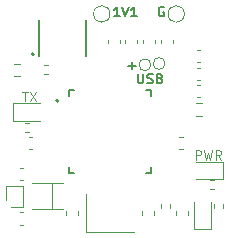
<source format=gbr>
%TF.GenerationSoftware,KiCad,Pcbnew,7.0.2*%
%TF.CreationDate,2023-09-13T14:25:54-04:00*%
%TF.ProjectId,PicoMod,5069636f-4d6f-4642-9e6b-696361645f70,rev?*%
%TF.SameCoordinates,Original*%
%TF.FileFunction,Legend,Top*%
%TF.FilePolarity,Positive*%
%FSLAX46Y46*%
G04 Gerber Fmt 4.6, Leading zero omitted, Abs format (unit mm)*
G04 Created by KiCad (PCBNEW 7.0.2) date 2023-09-13 14:25:54*
%MOMM*%
%LPD*%
G01*
G04 APERTURE LIST*
%ADD10C,0.150000*%
%ADD11C,0.125000*%
%ADD12C,0.120000*%
%ADD13C,0.127000*%
%ADD14C,0.200000*%
G04 APERTURE END LIST*
D10*
X32340476Y-26120095D02*
X32340476Y-26767714D01*
X32340476Y-26767714D02*
X32378571Y-26843904D01*
X32378571Y-26843904D02*
X32416666Y-26882000D01*
X32416666Y-26882000D02*
X32492857Y-26920095D01*
X32492857Y-26920095D02*
X32645238Y-26920095D01*
X32645238Y-26920095D02*
X32721428Y-26882000D01*
X32721428Y-26882000D02*
X32759523Y-26843904D01*
X32759523Y-26843904D02*
X32797619Y-26767714D01*
X32797619Y-26767714D02*
X32797619Y-26120095D01*
X33140475Y-26882000D02*
X33254761Y-26920095D01*
X33254761Y-26920095D02*
X33445237Y-26920095D01*
X33445237Y-26920095D02*
X33521428Y-26882000D01*
X33521428Y-26882000D02*
X33559523Y-26843904D01*
X33559523Y-26843904D02*
X33597618Y-26767714D01*
X33597618Y-26767714D02*
X33597618Y-26691523D01*
X33597618Y-26691523D02*
X33559523Y-26615333D01*
X33559523Y-26615333D02*
X33521428Y-26577238D01*
X33521428Y-26577238D02*
X33445237Y-26539142D01*
X33445237Y-26539142D02*
X33292856Y-26501047D01*
X33292856Y-26501047D02*
X33216666Y-26462952D01*
X33216666Y-26462952D02*
X33178571Y-26424857D01*
X33178571Y-26424857D02*
X33140475Y-26348666D01*
X33140475Y-26348666D02*
X33140475Y-26272476D01*
X33140475Y-26272476D02*
X33178571Y-26196285D01*
X33178571Y-26196285D02*
X33216666Y-26158190D01*
X33216666Y-26158190D02*
X33292856Y-26120095D01*
X33292856Y-26120095D02*
X33483333Y-26120095D01*
X33483333Y-26120095D02*
X33597618Y-26158190D01*
X34207142Y-26501047D02*
X34321428Y-26539142D01*
X34321428Y-26539142D02*
X34359523Y-26577238D01*
X34359523Y-26577238D02*
X34397619Y-26653428D01*
X34397619Y-26653428D02*
X34397619Y-26767714D01*
X34397619Y-26767714D02*
X34359523Y-26843904D01*
X34359523Y-26843904D02*
X34321428Y-26882000D01*
X34321428Y-26882000D02*
X34245238Y-26920095D01*
X34245238Y-26920095D02*
X33940476Y-26920095D01*
X33940476Y-26920095D02*
X33940476Y-26120095D01*
X33940476Y-26120095D02*
X34207142Y-26120095D01*
X34207142Y-26120095D02*
X34283333Y-26158190D01*
X34283333Y-26158190D02*
X34321428Y-26196285D01*
X34321428Y-26196285D02*
X34359523Y-26272476D01*
X34359523Y-26272476D02*
X34359523Y-26348666D01*
X34359523Y-26348666D02*
X34321428Y-26424857D01*
X34321428Y-26424857D02*
X34283333Y-26462952D01*
X34283333Y-26462952D02*
X34207142Y-26501047D01*
X34207142Y-26501047D02*
X33940476Y-26501047D01*
D11*
X22576190Y-27652095D02*
X23033333Y-27652095D01*
X22804761Y-28452095D02*
X22804761Y-27652095D01*
X23223809Y-27652095D02*
X23757143Y-28452095D01*
X23757143Y-27652095D02*
X23223809Y-28452095D01*
X37240476Y-33402095D02*
X37240476Y-32602095D01*
X37240476Y-32602095D02*
X37545238Y-32602095D01*
X37545238Y-32602095D02*
X37621428Y-32640190D01*
X37621428Y-32640190D02*
X37659523Y-32678285D01*
X37659523Y-32678285D02*
X37697619Y-32754476D01*
X37697619Y-32754476D02*
X37697619Y-32868761D01*
X37697619Y-32868761D02*
X37659523Y-32944952D01*
X37659523Y-32944952D02*
X37621428Y-32983047D01*
X37621428Y-32983047D02*
X37545238Y-33021142D01*
X37545238Y-33021142D02*
X37240476Y-33021142D01*
X37964285Y-32602095D02*
X38154761Y-33402095D01*
X38154761Y-33402095D02*
X38307142Y-32830666D01*
X38307142Y-32830666D02*
X38459523Y-33402095D01*
X38459523Y-33402095D02*
X38650000Y-32602095D01*
X39411905Y-33402095D02*
X39145238Y-33021142D01*
X38954762Y-33402095D02*
X38954762Y-32602095D01*
X38954762Y-32602095D02*
X39259524Y-32602095D01*
X39259524Y-32602095D02*
X39335714Y-32640190D01*
X39335714Y-32640190D02*
X39373809Y-32678285D01*
X39373809Y-32678285D02*
X39411905Y-32754476D01*
X39411905Y-32754476D02*
X39411905Y-32868761D01*
X39411905Y-32868761D02*
X39373809Y-32944952D01*
X39373809Y-32944952D02*
X39335714Y-32983047D01*
X39335714Y-32983047D02*
X39259524Y-33021142D01*
X39259524Y-33021142D02*
X38954762Y-33021142D01*
D10*
X34559523Y-20490190D02*
X34483333Y-20452095D01*
X34483333Y-20452095D02*
X34369047Y-20452095D01*
X34369047Y-20452095D02*
X34254761Y-20490190D01*
X34254761Y-20490190D02*
X34178571Y-20566380D01*
X34178571Y-20566380D02*
X34140476Y-20642571D01*
X34140476Y-20642571D02*
X34102380Y-20794952D01*
X34102380Y-20794952D02*
X34102380Y-20909238D01*
X34102380Y-20909238D02*
X34140476Y-21061619D01*
X34140476Y-21061619D02*
X34178571Y-21137809D01*
X34178571Y-21137809D02*
X34254761Y-21214000D01*
X34254761Y-21214000D02*
X34369047Y-21252095D01*
X34369047Y-21252095D02*
X34445238Y-21252095D01*
X34445238Y-21252095D02*
X34559523Y-21214000D01*
X34559523Y-21214000D02*
X34597619Y-21175904D01*
X34597619Y-21175904D02*
X34597619Y-20909238D01*
X34597619Y-20909238D02*
X34445238Y-20909238D01*
X30809523Y-21252095D02*
X30352380Y-21252095D01*
X30580952Y-21252095D02*
X30580952Y-20452095D01*
X30580952Y-20452095D02*
X30504761Y-20566380D01*
X30504761Y-20566380D02*
X30428571Y-20642571D01*
X30428571Y-20642571D02*
X30352380Y-20680666D01*
X31038095Y-20452095D02*
X31304762Y-21252095D01*
X31304762Y-21252095D02*
X31571428Y-20452095D01*
X32257142Y-21252095D02*
X31799999Y-21252095D01*
X32028571Y-21252095D02*
X32028571Y-20452095D01*
X32028571Y-20452095D02*
X31952380Y-20566380D01*
X31952380Y-20566380D02*
X31876190Y-20642571D01*
X31876190Y-20642571D02*
X31799999Y-20680666D01*
X31545238Y-25415333D02*
X32154762Y-25415333D01*
X31850000Y-25720095D02*
X31850000Y-25110571D01*
D12*
%TO.C,TP5*%
X36300000Y-21050000D02*
G75*
G03*
X36300000Y-21050000I-700000J0D01*
G01*
%TO.C,C3*%
X35859420Y-31490000D02*
X36140580Y-31490000D01*
X35859420Y-32510000D02*
X36140580Y-32510000D01*
%TO.C,R3*%
X24396359Y-25370000D02*
X24703641Y-25370000D01*
X24396359Y-26130000D02*
X24703641Y-26130000D01*
%TO.C,C15*%
X22359420Y-34090000D02*
X22640580Y-34090000D01*
X22359420Y-35110000D02*
X22640580Y-35110000D01*
%TO.C,R8*%
X38820000Y-37453641D02*
X38820000Y-37146359D01*
X39580000Y-37453641D02*
X39580000Y-37146359D01*
%TO.C,C4*%
X37359420Y-25590000D02*
X37640580Y-25590000D01*
X37359420Y-26610000D02*
X37640580Y-26610000D01*
%TO.C,R10*%
X22816359Y-30310000D02*
X23123641Y-30310000D01*
X22816359Y-31070000D02*
X23123641Y-31070000D01*
%TO.C,R11*%
X37762258Y-29672500D02*
X37287742Y-29672500D01*
X37762258Y-28627500D02*
X37287742Y-28627500D01*
%TO.C,C12*%
X23390580Y-32510000D02*
X23109420Y-32510000D01*
X23390580Y-31490000D02*
X23109420Y-31490000D01*
%TO.C,TP3*%
X34650000Y-25250000D02*
G75*
G03*
X34650000Y-25250000I-500000J0D01*
G01*
%TO.C,D2*%
X23400000Y-35400000D02*
X26000000Y-35400000D01*
X23400000Y-37600000D02*
X26000000Y-37600000D01*
X25100000Y-37600000D02*
X25100000Y-35400000D01*
%TO.C,C2*%
X32790000Y-23540580D02*
X32790000Y-23259420D01*
X33810000Y-23540580D02*
X33810000Y-23259420D01*
%TO.C,C5*%
X37359420Y-27090000D02*
X37640580Y-27090000D01*
X37359420Y-28110000D02*
X37640580Y-28110000D01*
D13*
%TO.C,U2*%
X24000000Y-24600000D02*
X24000000Y-21600000D01*
X28000000Y-24600000D02*
X28000000Y-21600000D01*
D14*
X23550000Y-24450000D02*
G75*
G03*
X23550000Y-24450000I-100000J0D01*
G01*
D12*
%TO.C,R4*%
X22337258Y-26322500D02*
X21862742Y-26322500D01*
X22337258Y-25277500D02*
X21862742Y-25277500D01*
%TO.C,C14*%
X33710000Y-37759420D02*
X33710000Y-38040580D01*
X32690000Y-37759420D02*
X32690000Y-38040580D01*
%TO.C,C11*%
X37359420Y-24090000D02*
X37640580Y-24090000D01*
X37359420Y-25110000D02*
X37640580Y-25110000D01*
%TO.C,C16*%
X22359420Y-37855000D02*
X22640580Y-37855000D01*
X22359420Y-38875000D02*
X22640580Y-38875000D01*
%TO.C,D1*%
X37065000Y-39285000D02*
X38535000Y-39285000D01*
X38535000Y-39285000D02*
X38535000Y-37000000D01*
X37065000Y-37000000D02*
X37065000Y-39285000D01*
%TO.C,D3*%
X39585000Y-35035000D02*
X39585000Y-33565000D01*
X39585000Y-33565000D02*
X37300000Y-33565000D01*
X37300000Y-35035000D02*
X39585000Y-35035000D01*
%TO.C,TP2*%
X33450000Y-25350000D02*
G75*
G03*
X33450000Y-25350000I-500000J0D01*
G01*
%TO.C,Y1*%
X28000000Y-36325000D02*
X28000000Y-39475000D01*
X28000000Y-39475000D02*
X32000000Y-39475000D01*
%TO.C,R9*%
X38496359Y-35120000D02*
X38803641Y-35120000D01*
X38496359Y-35880000D02*
X38803641Y-35880000D01*
%TO.C,C10*%
X36610000Y-37759420D02*
X36610000Y-38040580D01*
X35590000Y-37759420D02*
X35590000Y-38040580D01*
%TO.C,C13*%
X27310000Y-37759420D02*
X27310000Y-38040580D01*
X26290000Y-37759420D02*
X26290000Y-38040580D01*
D13*
%TO.C,U1*%
X26500000Y-27500000D02*
X26500000Y-27980000D01*
X26500000Y-27500000D02*
X26980000Y-27500000D01*
X26500000Y-34500000D02*
X26500000Y-34020000D01*
X26500000Y-34500000D02*
X26980000Y-34500000D01*
X33500000Y-27500000D02*
X33020000Y-27500000D01*
X33500000Y-27500000D02*
X33500000Y-27980000D01*
X33500000Y-34500000D02*
X33020000Y-34500000D01*
X33500000Y-34500000D02*
X33500000Y-34020000D01*
D14*
X25625000Y-28400000D02*
G75*
G03*
X25625000Y-28400000I-100000J0D01*
G01*
D12*
%TO.C,C1*%
X31290000Y-23540580D02*
X31290000Y-23259420D01*
X32310000Y-23540580D02*
X32310000Y-23259420D01*
%TO.C,D4*%
X21765000Y-28615000D02*
X21765000Y-30085000D01*
X21765000Y-30085000D02*
X24050000Y-30085000D01*
X24050000Y-28615000D02*
X21765000Y-28615000D01*
%TO.C,C8*%
X34290000Y-23540580D02*
X34290000Y-23259420D01*
X35310000Y-23540580D02*
X35310000Y-23259420D01*
%TO.C,R5*%
X35080000Y-37146359D02*
X35080000Y-37453641D01*
X34320000Y-37146359D02*
X34320000Y-37453641D01*
%TO.C,C9*%
X29790000Y-23540580D02*
X29790000Y-23259420D01*
X30810000Y-23540580D02*
X30810000Y-23259420D01*
%TO.C,U3*%
X21625000Y-37360000D02*
X22645000Y-37360000D01*
X22645000Y-37360000D02*
X22645000Y-35640000D01*
X21205000Y-35640000D02*
X21205000Y-36800000D01*
X22645000Y-35640000D02*
X21205000Y-35640000D01*
%TO.C,TP4*%
X30000000Y-21050000D02*
G75*
G03*
X30000000Y-21050000I-700000J0D01*
G01*
%TD*%
M02*

</source>
